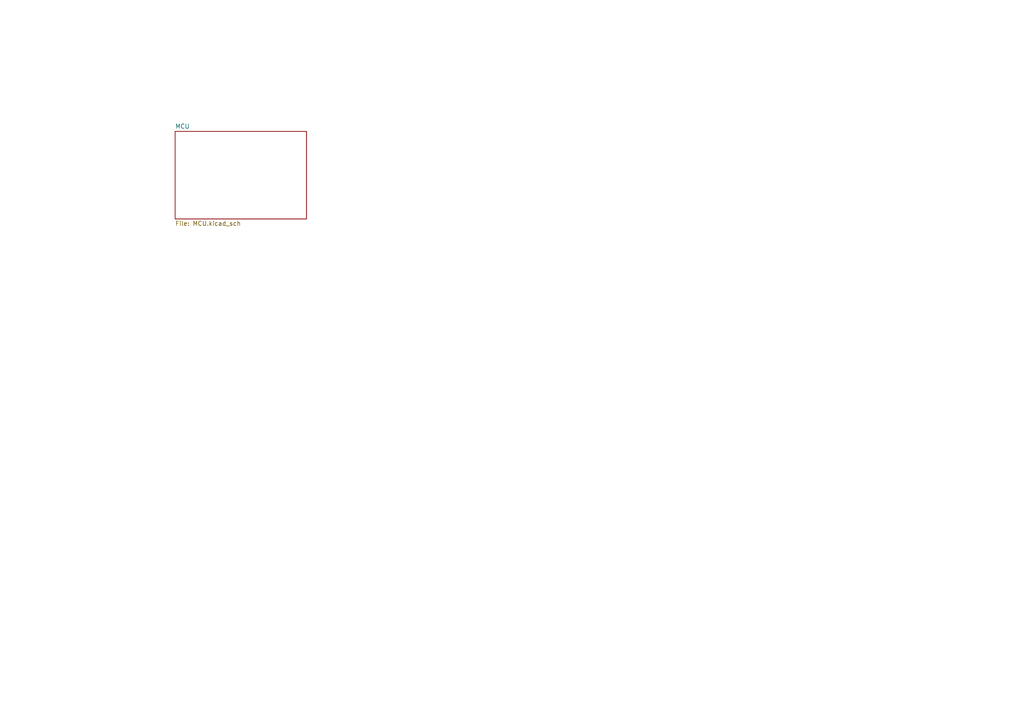
<source format=kicad_sch>
(kicad_sch
	(version 20250114)
	(generator "eeschema")
	(generator_version "9.0")
	(uuid "0f817693-300d-49bc-af04-04b0685fa23f")
	(paper "A4")
	(lib_symbols)
	(sheet
		(at 50.8 38.1)
		(size 38.1 25.4)
		(exclude_from_sim no)
		(in_bom yes)
		(on_board yes)
		(dnp no)
		(fields_autoplaced yes)
		(stroke
			(width 0.1524)
			(type solid)
		)
		(fill
			(color 0 0 0 0.0000)
		)
		(uuid "6af3595a-4f1c-4e4f-831c-0aed10119885")
		(property "Sheetname" "MCU"
			(at 50.8 37.3884 0)
			(effects
				(font
					(size 1.27 1.27)
				)
				(justify left bottom)
			)
		)
		(property "Sheetfile" "MCU.kicad_sch"
			(at 50.8 64.0846 0)
			(effects
				(font
					(size 1.27 1.27)
				)
				(justify left top)
			)
		)
		(instances
			(project "diy_ldc_stm32g474"
				(path "/0f817693-300d-49bc-af04-04b0685fa23f"
					(page "2")
				)
			)
		)
	)
	(sheet_instances
		(path "/"
			(page "1")
		)
	)
	(embedded_fonts no)
)

</source>
